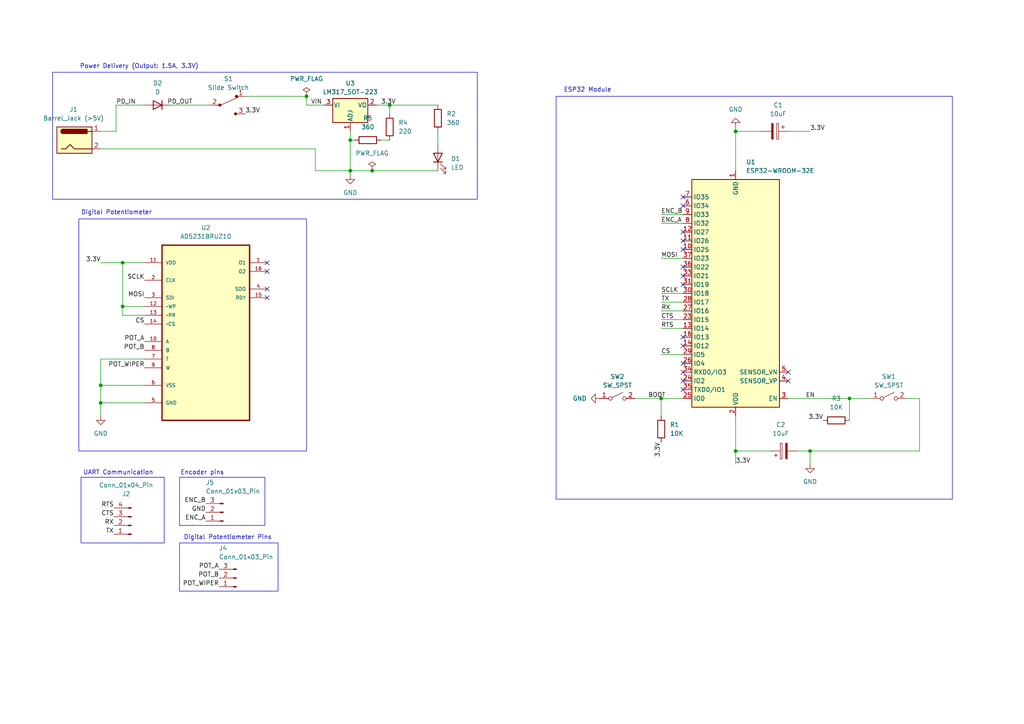
<source format=kicad_sch>
(kicad_sch (version 20231120) (generator "eeschema") (generator_version "8.0")
  (paper "A4")
  (title_block (title "${project_name}") (date "2024-09-23") (rev "1"))
  (lib_symbols
    (symbol "AD5231BRUZ10:AD5231BRUZ10" (pin_names (offset 1.016))
      (property "Reference" "U" (at -4.9022 25.019 0))
      (property "Value" "AD5231BRUZ10" (at -4.9784 -31.0134 0))
      (symbol "AD5231BRUZ10_0_0"
        (rectangle (start -12.7 -27.94) (end 12.7 22.86) (stroke (width 0.4064)) (fill (type background)))
        (pin output line (at 17.78 17.78 180) (length 5.08) (name "O1") (number "1"))
        (pin passive line (at -17.78 -5.08 0) (length 5.08) (name "A") (number "10"))
        (pin power_in line (at -17.78 17.78 0) (length 5.08) (name "VDD") (number "11"))
        (pin input line (at -17.78 5.08 0) (length 5.08) (name "~WP") (number "12"))
        (pin input line (at -17.78 2.54 0) (length 5.08) (name "~PR") (number "13"))
        (pin input line (at -17.78 0 0) (length 5.08) (name "~CS") (number "14"))
        (pin output line (at 17.78 7.62 180) (length 5.08) (name "RDY") (number "15"))
        (pin output line (at 17.78 15.24 180) (length 5.08) (name "O2") (number "16"))
        (pin input line (at -17.78 12.7 0) (length 5.08) (name "CLK") (number "2"))
        (pin input line (at -17.78 7.62 0) (length 5.08) (name "SDI") (number "3"))
        (pin output line (at 17.78 10.16 180) (length 5.08) (name "SDO") (number "4"))
        (pin passive line (at -17.78 -22.86 0) (length 5.08) (name "GND") (number "5"))
        (pin power_in line (at -17.78 -17.78 0) (length 5.08) (name "VSS") (number "6"))
        (pin passive line (at -17.78 -10.16 0) (length 5.08) (name "T") (number "7"))
        (pin passive line (at -17.78 -7.62 0) (length 5.08) (name "B") (number "8"))
        (pin passive line (at -17.78 -12.7 0) (length 5.08) (name "W") (number "9"))
      )
    )
    (symbol "Connector:Barrel_Jack" (pin_names (offset 1.016))
      (property "Reference" "J" (at 0 5.334 0))
      (property "Value" "Barrel_Jack" (at 0 -5.08 0))
      (symbol "Barrel_Jack_0_1"
        (rectangle (start -5.08 3.81) (end 5.08 -3.81) (stroke (width 0.254)) (fill (type background)))
        (arc (start -3.302 3.175) (mid -3.9343 2.54) (end -3.302 1.905) (stroke (width 0.254)))
        (arc (start -3.302 3.175) (mid -3.9343 2.54) (end -3.302 1.905) (stroke (width 0.254)) (fill (type outline)))
        (polyline (pts (xy 5.08 2.54) (xy 3.81 2.54)) (stroke (width 0.254)))
        (polyline (pts (xy -3.81 -2.54) (xy -2.54 -2.54) (xy -1.27 -1.27) (xy 0 -2.54) (xy 2.54 -2.54) (xy 5.08 -2.54)) (stroke (width 0.254)))
        (rectangle (start 3.683 3.175) (end -3.302 1.905) (stroke (width 0.254)) (fill (type outline)))
      )
      (symbol "Barrel_Jack_1_1"
        (pin passive line (at 7.62 2.54 180) (length 2.54) (name "~") (number "1"))
        (pin passive line (at 7.62 -2.54 180) (length 2.54) (name "~") (number "2"))
      )
    )
    (symbol "Connector:Conn_01x03_Pin" (pin_names (offset 1.016) hide)
      (property "Reference" "J" (at 0 5.08 0))
      (property "Value" "Conn_01x03_Pin" (at 0 -5.08 0))
      (symbol "Conn_01x03_Pin_1_1"
        (polyline (pts (xy 1.27 -2.54) (xy 0.8636 -2.54)) (stroke (width 0.1524)))
        (polyline (pts (xy 1.27 0) (xy 0.8636 0)) (stroke (width 0.1524)))
        (polyline (pts (xy 1.27 2.54) (xy 0.8636 2.54)) (stroke (width 0.1524)))
        (rectangle (start 0.8636 -2.413) (end 0 -2.667) (stroke (width 0.1524)) (fill (type outline)))
        (rectangle (start 0.8636 0.127) (end 0 -0.127) (stroke (width 0.1524)) (fill (type outline)))
        (rectangle (start 0.8636 2.667) (end 0 2.413) (stroke (width 0.1524)) (fill (type outline)))
        (pin passive line (at 5.08 2.54 180) (length 3.81) (name "Pin_1") (number "1"))
        (pin passive line (at 5.08 0 180) (length 3.81) (name "Pin_2") (number "2"))
        (pin passive line (at 5.08 -2.54 180) (length 3.81) (name "Pin_3") (number "3"))
      )
    )
    (symbol "Connector:Conn_01x04_Pin" (pin_names (offset 1.016) hide)
      (property "Reference" "J" (at 0 5.08 0))
      (property "Value" "Conn_01x04_Pin" (at 0 -7.62 0))
      (symbol "Conn_01x04_Pin_1_1"
        (polyline (pts (xy 1.27 -5.08) (xy 0.8636 -5.08)) (stroke (width 0.1524)))
        (polyline (pts (xy 1.27 -2.54) (xy 0.8636 -2.54)) (stroke (width 0.1524)))
        (polyline (pts (xy 1.27 0) (xy 0.8636 0)) (stroke (width 0.1524)))
        (polyline (pts (xy 1.27 2.54) (xy 0.8636 2.54)) (stroke (width 0.1524)))
        (rectangle (start 0.8636 -4.953) (end 0 -5.207) (stroke (width 0.1524)) (fill (type outline)))
        (rectangle (start 0.8636 -2.413) (end 0 -2.667) (stroke (width 0.1524)) (fill (type outline)))
        (rectangle (start 0.8636 0.127) (end 0 -0.127) (stroke (width 0.1524)) (fill (type outline)))
        (rectangle (start 0.8636 2.667) (end 0 2.413) (stroke (width 0.1524)) (fill (type outline)))
        (pin passive line (at 5.08 2.54 180) (length 3.81) (name "Pin_1") (number "1"))
        (pin passive line (at 5.08 0 180) (length 3.81) (name "Pin_2") (number "2"))
        (pin passive line (at 5.08 -2.54 180) (length 3.81) (name "Pin_3") (number "3"))
        (pin passive line (at 5.08 -5.08 180) (length 3.81) (name "Pin_4") (number "4"))
      )
    )
    (symbol "Device:C_Polarized" (pin_numbers hide) (pin_names (offset 0.254))
      (property "Reference" "C" (at 0.635 2.54 0))
      (property "Value" "C_Polarized" (at 0.635 -2.54 0))
      (symbol "C_Polarized_0_1"
        (rectangle (start -2.286 0.508) (end 2.286 1.016))
        (polyline (pts (xy -1.778 2.286) (xy -0.762 2.286)))
        (polyline (pts (xy -1.27 2.794) (xy -1.27 1.778)))
        (rectangle (start 2.286 -0.508) (end -2.286 -1.016) (fill (type outline)))
      )
      (symbol "C_Polarized_1_1"
        (pin passive line (at 0 3.81 270) (length 2.794) (name "~") (number "1"))
        (pin passive line (at 0 -3.81 90) (length 2.794) (name "~") (number "2"))
      )
    )
    (symbol "Device:D" (pin_numbers hide) (pin_names (offset 1.016) hide)
      (property "Reference" "D" (at 0 2.54 0))
      (property "Value" "D" (at 0 -2.54 0))
      (symbol "D_0_1"
        (polyline (pts (xy -1.27 1.27) (xy -1.27 -1.27)) (stroke (width 0.254)))
        (polyline (pts (xy 1.27 0) (xy -1.27 0)))
        (polyline (pts (xy 1.27 1.27) (xy 1.27 -1.27) (xy -1.27 0) (xy 1.27 1.27)) (stroke (width 0.254)))
      )
      (symbol "D_1_1"
        (pin passive line (at -3.81 0 0) (length 2.54) (name "K") (number "1"))
        (pin passive line (at 3.81 0 180) (length 2.54) (name "A") (number "2"))
      )
    )
    (symbol "Device:LED" (pin_numbers hide) (pin_names (offset 1.016) hide)
      (property "Reference" "D" (at 0 2.54 0))
      (property "Value" "LED" (at 0 -2.54 0))
      (symbol "LED_0_1"
        (polyline (pts (xy -1.27 -1.27) (xy -1.27 1.27)) (stroke (width 0.254)))
        (polyline (pts (xy -1.27 0) (xy 1.27 0)))
        (polyline (pts (xy 1.27 -1.27) (xy 1.27 1.27) (xy -1.27 0) (xy 1.27 -1.27)) (stroke (width 0.254)))
        (polyline (pts (xy -3.048 -0.762) (xy -4.572 -2.286) (xy -3.81 -2.286) (xy -4.572 -2.286) (xy -4.572 -1.524)))
        (polyline (pts (xy -1.778 -0.762) (xy -3.302 -2.286) (xy -2.54 -2.286) (xy -3.302 -2.286) (xy -3.302 -1.524)))
      )
      (symbol "LED_1_1"
        (pin passive line (at -3.81 0 0) (length 2.54) (name "K") (number "1"))
        (pin passive line (at 3.81 0 180) (length 2.54) (name "A") (number "2"))
      )
    )
    (symbol "Device:R" (pin_numbers hide) (pin_names (offset 0))
      (property "Reference" "R" (at 2.032 0 90))
      (property "Value" "R" (at 0 0 90))
      (symbol "R_0_1"
        (rectangle (start -1.016 -2.54) (end 1.016 2.54) (stroke (width 0.254)))
      )
      (symbol "R_1_1"
        (pin passive line (at 0 3.81 270) (length 1.27) (name "~") (number "1"))
        (pin passive line (at 0 -3.81 90) (length 1.27) (name "~") (number "2"))
      )
    )
    (symbol "RF_Module:ESP32-WROOM-32E"
      (property "Reference" "U" (at -12.7 34.29 0))
      (property "Value" "ESP32-WROOM-32E" (at 1.27 34.29 0))
      (symbol "ESP32-WROOM-32E_0_1"
        (rectangle (start -12.7 33.02) (end 12.7 -33.02) (stroke (width 0.254)) (fill (type background)))
      )
      (symbol "ESP32-WROOM-32E_1_1"
        (pin power_in line (at 0 -35.56 90) (length 2.54) (name "GND") (number "1"))
        (pin bidirectional line (at 15.24 -12.7 180) (length 2.54) (name "IO25") (number "10"))
        (pin bidirectional line (at 15.24 -15.24 180) (length 2.54) (name "IO26") (number "11"))
        (pin bidirectional line (at 15.24 -17.78 180) (length 2.54) (name "IO27") (number "12"))
        (pin bidirectional line (at 15.24 10.16 180) (length 2.54) (name "IO14") (number "13"))
        (pin bidirectional line (at 15.24 15.24 180) (length 2.54) (name "IO12") (number "14"))
        (pin passive line (at 0 -35.56 90) (length 2.54) hide (name "GND") (number "15"))
        (pin bidirectional line (at 15.24 12.7 180) (length 2.54) (name "IO13") (number "16"))
        (pin no_connect line (at -12.7 -5.08 0) (length 2.54) hide (name "NC") (number "17"))
        (pin no_connect line (at -12.7 -7.62 0) (length 2.54) hide (name "NC") (number "18"))
        (pin no_connect line (at -12.7 -12.7 0) (length 2.54) hide (name "NC") (number "19"))
        (pin power_in line (at 0 35.56 270) (length 2.54) (name "VDD") (number "2"))
        (pin no_connect line (at -12.7 -10.16 0) (length 2.54) hide (name "NC") (number "20"))
        (pin no_connect line (at -12.7 0 0) (length 2.54) hide (name "NC") (number "21"))
        (pin no_connect line (at -12.7 -2.54 0) (length 2.54) hide (name "NC") (number "22"))
        (pin bidirectional line (at 15.24 7.62 180) (length 2.54) (name "IO15") (number "23"))
        (pin bidirectional line (at 15.24 25.4 180) (length 2.54) (name "IO2") (number "24"))
        (pin bidirectional line (at 15.24 30.48 180) (length 2.54) (name "IO0") (number "25"))
        (pin bidirectional line (at 15.24 20.32 180) (length 2.54) (name "IO4") (number "26"))
        (pin bidirectional line (at 15.24 5.08 180) (length 2.54) (name "IO16") (number "27"))
        (pin bidirectional line (at 15.24 2.54 180) (length 2.54) (name "IO17") (number "28"))
        (pin bidirectional line (at 15.24 17.78 180) (length 2.54) (name "IO5") (number "29"))
        (pin input line (at -15.24 30.48 0) (length 2.54) (name "EN") (number "3"))
        (pin bidirectional line (at 15.24 0 180) (length 2.54) (name "IO18") (number "30"))
        (pin bidirectional line (at 15.24 -2.54 180) (length 2.54) (name "IO19") (number "31"))
        (pin no_connect line (at -12.7 -27.94 0) (length 2.54) hide (name "NC") (number "32"))
        (pin bidirectional line (at 15.24 -5.08 180) (length 2.54) (name "IO21") (number "33"))
        (pin bidirectional line (at 15.24 22.86 180) (length 2.54) (name "RXD0/IO3") (number "34"))
        (pin bidirectional line (at 15.24 27.94 180) (length 2.54) (name "TXD0/IO1") (number "35"))
        (pin bidirectional line (at 15.24 -7.62 180) (length 2.54) (name "IO22") (number "36"))
        (pin bidirectional line (at 15.24 -10.16 180) (length 2.54) (name "IO23") (number "37"))
        (pin passive line (at 0 -35.56 90) (length 2.54) hide (name "GND") (number "38"))
        (pin passive line (at 0 -35.56 90) (length 2.54) hide (name "GND") (number "39"))
        (pin input line (at -15.24 25.4 0) (length 2.54) (name "SENSOR_VP") (number "4"))
        (pin input line (at -15.24 22.86 0) (length 2.54) (name "SENSOR_VN") (number "5"))
        (pin input line (at 15.24 -25.4 180) (length 2.54) (name "IO34") (number "6"))
        (pin input line (at 15.24 -27.94 180) (length 2.54) (name "IO35") (number "7"))
        (pin bidirectional line (at 15.24 -20.32 180) (length 2.54) (name "IO32") (number "8"))
        (pin bidirectional line (at 15.24 -22.86 180) (length 2.54) (name "IO33") (number "9"))
      )
    )
    (symbol "Regulator_Linear:LM317_SOT-223" (pin_names (offset 0.254))
      (property "Reference" "U" (at -3.81 3.175 0))
      (property "Value" "LM317_SOT-223" (at 0 3.175 0))
      (symbol "LM317_SOT-223_0_1"
        (rectangle (start -5.08 1.905) (end 5.08 -5.08) (stroke (width 0.254)) (fill (type background)))
      )
      (symbol "LM317_SOT-223_1_1"
        (pin input line (at 0 -7.62 90) (length 2.54) (name "ADJ") (number "1"))
        (pin power_out line (at 7.62 0 180) (length 2.54) (name "VO") (number "2"))
        (pin power_in line (at -7.62 0 0) (length 2.54) (name "VI") (number "3"))
      )
    )
    (symbol "Switch:SW_SPST" (pin_names (offset 0) hide)
      (property "Reference" "SW" (at 0 3.175 0))
      (property "Value" "SW_SPST" (at 0 -2.54 0))
      (symbol "SW_SPST_0_0"
        (circle (center -2.032 0) (radius 0.508))
        (polyline (pts (xy -1.524 0.254) (xy 1.524 1.778)))
        (circle (center 2.032 0) (radius 0.508))
      )
      (symbol "SW_SPST_1_1"
        (pin passive line (at -5.08 0 0) (length 2.54) (name "A") (number "1"))
        (pin passive line (at 5.08 0 180) (length 2.54) (name "B") (number "2"))
      )
    )
    (symbol "dk_Slide-Switches:EG1218" (pin_names (offset 0))
      (property "Reference" "S" (at -3.81 2.286 0))
      (property "Value" "EG1218" (at 0 -5.334 0))
      (symbol "EG1218_0_1"
        (circle (center -2.286 0) (radius 0.3556) (fill (type outline)))
        (polyline (pts (xy -2.032 0) (xy 3.048 2.286)))
        (circle (center 2.286 -2.54) (radius 0.3556) (fill (type outline)))
        (circle (center 2.54 2.54) (radius 0.3556) (fill (type outline)))
      )
      (symbol "EG1218_1_1"
        (pin passive line (at 5.08 2.54 180) (length 2.54) (name "~") (number "1"))
        (pin passive line (at -5.08 0 0) (length 2.54) (name "~") (number "2"))
        (pin passive line (at 5.08 -2.54 180) (length 2.54) (name "~") (number "3"))
      )
    )
    (symbol "power:GND" (power) (pin_numbers hide) (pin_names (offset 0) hide)
      (property "Value" "GND" (at 0 -3.81 0))
      (symbol "GND_0_1"
        (polyline (pts (xy 0 0) (xy 0 -1.27) (xy 1.27 -1.27) (xy 0 -2.54) (xy -1.27 -1.27) (xy 0 -1.27)))
      )
      (symbol "GND_1_1"
        (pin power_in line (at 0 0 270) (length 0) (name "~") (number "1"))
      )
    )
    (symbol "power:PWR_FLAG" (power) (pin_numbers hide) (pin_names (offset 0) hide)
      (property "Value" "PWR_FLAG" (at 0 3.81 0))
      (symbol "PWR_FLAG_0_0"
        (pin power_out line (at 0 0 90) (length 0) (name "~") (number "1"))
      )
      (symbol "PWR_FLAG_0_1"
        (polyline (pts (xy 0 0) (xy 0 1.27) (xy -1.016 1.905) (xy 0 2.54) (xy 1.016 1.905) (xy 0 1.27)))
      )
    )
  )
  (junction (at 101.6 40.64))
  (junction (at 234.95 130.81))
  (junction (at 213.36 130.81))
  (junction (at 191.77 115.57))
  (junction (at 35.56 88.9))
  (junction (at 213.36 38.1))
  (junction (at 29.21 111.76))
  (junction (at 88.9 27.94))
  (junction (at 113.03 30.48))
  (junction (at 246.38 115.57))
  (junction (at 35.56 76.2))
  (junction (at 107.95 49.53))
  (junction (at 101.6 49.53))
  (junction (at 29.21 116.84))
  (no_connect (at 198.12 67.31))
  (no_connect (at 198.12 100.33))
  (no_connect (at 198.12 113.03))
  (no_connect (at 198.12 57.15))
  (no_connect (at 198.12 110.49))
  (no_connect (at 198.12 80.01))
  (no_connect (at 77.47 78.74))
  (no_connect (at 77.47 83.82))
  (no_connect (at 198.12 107.95))
  (no_connect (at 198.12 105.41))
  (no_connect (at 198.12 97.79))
  (no_connect (at 228.6 107.95))
  (no_connect (at 77.47 76.2))
  (no_connect (at 198.12 72.39))
  (no_connect (at 228.6 110.49))
  (no_connect (at 198.12 82.55))
  (no_connect (at 77.47 86.36))
  (no_connect (at 198.12 69.85))
  (no_connect (at 198.12 59.69))
  (no_connect (at 198.12 77.47))
  (wire (pts (xy 91.44 43.18) (xy 91.44 49.53)))
  (wire (pts (xy 198.12 115.57) (xy 191.77 115.57)))
  (wire (pts (xy 228.6 38.1) (xy 234.95 38.1)))
  (wire (pts (xy 191.77 85.09) (xy 198.12 85.09)))
  (wire (pts (xy 246.38 115.57) (xy 246.38 121.92)))
  (wire (pts (xy 71.12 27.94) (xy 88.9 27.94)))
  (wire (pts (xy 191.77 95.25) (xy 198.12 95.25)))
  (wire (pts (xy 266.7 130.81) (xy 234.95 130.81)))
  (wire (pts (xy 184.15 115.57) (xy 191.77 115.57)))
  (wire (pts (xy 113.03 30.48) (xy 127 30.48)))
  (wire (pts (xy 109.22 30.48) (xy 113.03 30.48)))
  (wire (pts (xy 191.77 87.63) (xy 198.12 87.63)))
  (wire (pts (xy 29.21 38.1) (xy 33.655 38.1)))
  (wire (pts (xy 29.21 111.76) (xy 41.91 111.76)))
  (wire (pts (xy 91.44 49.53) (xy 101.6 49.53)))
  (wire (pts (xy 49.53 30.48) (xy 60.96 30.48)))
  (wire (pts (xy 266.7 115.57) (xy 266.7 130.81)))
  (wire (pts (xy 101.6 50.8) (xy 101.6 49.53)))
  (wire (pts (xy 35.56 91.44) (xy 35.56 88.9)))
  (wire (pts (xy 213.36 130.81) (xy 213.36 134.62)))
  (wire (pts (xy 101.6 38.1) (xy 101.6 40.64)))
  (wire (pts (xy 191.77 64.77) (xy 198.12 64.77)))
  (wire (pts (xy 113.03 33.02) (xy 113.03 30.48)))
  (wire (pts (xy 29.21 116.84) (xy 41.91 116.84)))
  (wire (pts (xy 41.91 88.9) (xy 35.56 88.9)))
  (wire (pts (xy 33.655 38.1) (xy 33.655 30.48)))
  (wire (pts (xy 41.91 104.14) (xy 29.21 104.14)))
  (wire (pts (xy 101.6 49.53) (xy 107.95 49.53)))
  (wire (pts (xy 213.36 38.1) (xy 220.98 38.1)))
  (wire (pts (xy 33.655 30.48) (xy 41.91 30.48)))
  (wire (pts (xy 213.36 38.1) (xy 213.36 49.53)))
  (wire (pts (xy 191.77 115.57) (xy 191.77 120.65)))
  (wire (pts (xy 213.36 120.65) (xy 213.36 130.81)))
  (wire (pts (xy 107.95 49.53) (xy 127 49.53)))
  (wire (pts (xy 101.6 40.64) (xy 101.6 49.53)))
  (wire (pts (xy 35.56 88.9) (xy 35.56 76.2)))
  (wire (pts (xy 29.21 43.18) (xy 91.44 43.18)))
  (wire (pts (xy 41.91 91.44) (xy 35.56 91.44)))
  (wire (pts (xy 88.9 30.48) (xy 93.98 30.48)))
  (wire (pts (xy 88.9 27.94) (xy 88.9 30.48)))
  (wire (pts (xy 262.89 115.57) (xy 266.7 115.57)))
  (wire (pts (xy 246.38 115.57) (xy 252.73 115.57)))
  (wire (pts (xy 29.21 104.14) (xy 29.21 111.76)))
  (wire (pts (xy 29.21 76.2) (xy 35.56 76.2)))
  (wire (pts (xy 213.36 36.83) (xy 213.36 38.1)))
  (wire (pts (xy 191.77 90.17) (xy 198.12 90.17)))
  (wire (pts (xy 228.6 115.57) (xy 246.38 115.57)))
  (wire (pts (xy 110.49 40.64) (xy 113.03 40.64)))
  (wire (pts (xy 191.77 92.71) (xy 198.12 92.71)))
  (wire (pts (xy 191.77 62.23) (xy 198.12 62.23)))
  (wire (pts (xy 191.77 102.87) (xy 198.12 102.87)))
  (wire (pts (xy 127 41.91) (xy 127 38.1)))
  (wire (pts (xy 29.21 116.84) (xy 29.21 120.65)))
  (wire (pts (xy 101.6 40.64) (xy 102.87 40.64)))
  (wire (pts (xy 231.14 130.81) (xy 234.95 130.81)))
  (wire (pts (xy 213.36 130.81) (xy 223.52 130.81)))
  (wire (pts (xy 35.56 76.2) (xy 41.91 76.2)))
  (wire (pts (xy 234.95 130.81) (xy 234.95 134.62)))
  (wire (pts (xy 29.21 111.76) (xy 29.21 116.84)))
  (wire (pts (xy 191.77 74.93) (xy 198.12 74.93)))
  (rectangle (start 52.07 157.48) (end 80.645 171.45))
  (rectangle (start 23.495 138.43) (end 47.625 157.48))
  (rectangle (start 161.29 27.94) (end 276.225 144.78))
  (rectangle (start 15.24 20.955) (end 138.43 57.785))
  (rectangle (start 52.07 138.43) (end 76.835 152.4))
  (rectangle (start 22.86 63.5) (end 88.9 130.81))
  (text "ESP32 Module" (at 170.434 26.162 0) (effects (font (size 1.27 1.27))))
  (text "Digital Potentiometer" (at 33.782 61.722 0) (effects (font (size 1.27 1.27))))
  (text "Power Delivery (Output: 1.5A, 3.3V)" (at 40.386 19.304 0) (effects (font (size 1.27 1.27))))
  (text "UART Communication" (at 34.29 137.16 0) (effects (font (size 1.27 1.27))))
  (text "Encoder pins" (at 58.674 137.16 0) (effects (font (size 1.27 1.27))))
  (text "Digital Potentiometer Pins" (at 66.04 155.956 0) (effects (font (size 1.27 1.27))))
  (label "RTS" (at 191.77 95.25 0))
  (label "PD_IN" (at 39.37 30.48 180))
  (label "PD_OUT" (at 55.88 30.48 180))
  (label "RTS" (at 33.02 147.32 180))
  (label "EN" (at 233.68 115.57 0))
  (label "GND" (at 59.69 148.59 180))
  (label "ENC_B" (at 191.77 62.23 0))
  (label "CTS" (at 191.77 92.71 0))
  (label "TX" (at 33.02 154.94 180))
  (label "3.3V" (at 234.95 38.1 0))
  (label "3.3V" (at 71.12 33.02 0))
  (label "POT_WIPER" (at 41.91 106.68 180))
  (label "VIN" (at 90.17 30.48 0))
  (label "RX" (at 191.77 90.17 0))
  (label "3.3V" (at 110.49 30.48 0))
  (label "POT_WIPER" (at 63.5 170.18 180))
  (label "POT_B" (at 41.91 101.6 180))
  (label "POT_A" (at 41.91 99.06 180))
  (label "ENC_A" (at 191.77 64.77 0))
  (label "ENC_B" (at 59.69 146.05 180))
  (label "POT_A" (at 63.5 165.1 180))
  (label "MOSI" (at 191.77 74.93 0))
  (label "SCLK" (at 41.91 81.28 180))
  (label "ENC_A" (at 59.69 151.13 180))
  (label "TX" (at 191.77 87.63 0))
  (label "SCLK" (at 191.77 85.09 0))
  (label "CS" (at 41.91 93.98 180))
  (label "3.3V" (at 238.76 121.92 180))
  (label "CTS" (at 33.02 149.86 180))
  (label "3.3V" (at 213.36 134.62 0))
  (label "RX" (at 33.02 152.4 180))
  (label "MOSI" (at 41.91 86.36 180))
  (label "3.3V" (at 191.77 128.27 270))
  (label "POT_B" (at 63.5 167.64 180))
  (label "CS" (at 191.77 102.87 0))
  (label "BOOT" (at 187.96 115.57 0))
  (label "3.3V" (at 29.21 76.2 180))
  (symbol (lib_id "power:GND") (at 173.99 115.57 270) (unit 1)
    (property "Reference" "#PWR03" (effects (hide yes)))
    (property "Value" "GND" (at 170.18 115.5699 90) (effects (justify right)))
    (property "Description" "Power symbol creates a global label with name \"GND\" , ground" (effects (hide yes)))
  )
  (symbol (lib_id "RF_Module:ESP32-WROOM-32E") (at 213.36 85.09 180) (unit 1)
    (property "Reference" "U1" (at 216.3765 46.99 0) (effects (justify right)))
    (property "Value" "ESP32-WROOM-32E" (at 216.3765 49.53 0) (effects (justify right)))
    (property "Footprint" "Custom:XCVR_ESP32-WROOM-32E__4MB_" (effects (hide yes)))
    (property "Datasheet" "https://www.espressif.com/sites/default/files/documentation/esp32-wroom-32e_esp32-wroom-32ue_datasheet_en.pdf" (effects (hide yes)))
    (property "Description" "RF Module, ESP32-D0WD-V3 SoC, without PSRAM, Wi-Fi 802.11b/g/n, Bluetooth, BLE, 32-bit, 2.7-3.6V, onboard antenna, SMD" (effects (hide yes)))
  )
  (symbol (lib_id "Device:R") (at 113.03 36.83 0) (unit 1)
    (property "Reference" "R4" (at 115.57 35.5599 0) (effects (justify left)))
    (property "Value" "220" (at 115.57 38.0999 0) (effects (justify left)))
    (property "Footprint" "Resistor_SMD:R_0805_2012Metric_Pad1.20x1.40mm_HandSolder" (effects (hide yes)))
    (property "Description" "Resistor" (effects (hide yes)))
  )
  (symbol (lib_id "dk_Slide-Switches:EG1218") (at 66.04 30.48 0) (unit 1)
    (property "Reference" "S1" (at 66.2432 22.86 0))
    (property "Value" "Slide Switch" (at 66.2432 25.4 0))
    (property "Footprint" "digikey-footprints:Switch_Slide_11.6x4mm_EG1218" (effects (hide yes)))
    (property "Datasheet" "http://spec_sheets.e-switch.com/specs/P040040.pdf" (effects (hide yes)))
    (property "Description" "SWITCH SLIDE SPDT 200MA 30V" (effects (hide yes)))
    (property "Digi-Key_PN" "EG1903-ND" (effects (hide yes)))
    (property "MPN" "EG1218" (effects (hide yes)))
    (property "Category" "Switches" (effects (hide yes)))
    (property "Family" "Slide Switches" (effects (hide yes)))
    (property "DK_Datasheet_Link" "http://spec_sheets.e-switch.com/specs/P040040.pdf" (effects (hide yes)))
    (property "DK_Detail_Page" "/product-detail/en/e-switch/EG1218/EG1903-ND/101726" (effects (hide yes)))
    (property "Description_1" "SWITCH SLIDE SPDT 200MA 30V" (effects (hide yes)))
    (property "Manufacturer" "E-Switch" (effects (hide yes)))
    (property "Status" "Active" (effects (hide yes)))
  )
  (symbol (lib_id "power:GND") (at 213.36 36.83 180) (unit 1)
    (property "Reference" "#PWR02" (effects (hide yes)))
    (property "Value" "GND" (at 213.36 31.75 0))
    (property "Description" "Power symbol creates a global label with name \"GND\" , ground" (effects (hide yes)))
  )
  (symbol (lib_id "Switch:SW_SPST") (at 257.81 115.57 0) (unit 1)
    (property "Reference" "SW1" (at 257.81 109.22 0))
    (property "Value" "SW_SPST" (at 257.81 111.76 0))
    (property "Footprint" "Button_Switch_SMD:SW_SPST_PTS645" (effects (hide yes)))
    (property "Description" "Single Pole Single Throw (SPST) switch" (effects (hide yes)))
  )
  (symbol (lib_id "Switch:SW_SPST") (at 179.07 115.57 0) (unit 1)
    (property "Reference" "SW2" (at 179.07 109.22 0))
    (property "Value" "SW_SPST" (at 179.07 111.76 0))
    (property "Footprint" "Button_Switch_SMD:SW_SPST_PTS645" (effects (hide yes)))
    (property "Description" "Single Pole Single Throw (SPST) switch" (effects (hide yes)))
  )
  (symbol (lib_id "Device:R") (at 242.57 121.92 90) (unit 1)
    (property "Reference" "R3" (at 242.57 115.57 90))
    (property "Value" "10K" (at 242.57 118.11 90))
    (property "Footprint" "Resistor_SMD:R_0805_2012Metric_Pad1.20x1.40mm_HandSolder" (effects (hide yes)))
    (property "Description" "Resistor" (effects (hide yes)))
  )
  (symbol (lib_id "Device:R") (at 127 34.29 0) (unit 1)
    (property "Reference" "R2" (at 129.54 33.0199 0) (effects (justify left)))
    (property "Value" "360" (at 129.54 35.5599 0) (effects (justify left)))
    (property "Footprint" "Resistor_SMD:R_0805_2012Metric_Pad1.20x1.40mm_HandSolder" (effects (hide yes)))
    (property "Description" "Resistor" (effects (hide yes)))
  )
  (symbol (lib_id "Device:R") (at 191.77 124.46 0) (unit 1)
    (property "Reference" "R1" (at 194.31 123.1899 0) (effects (justify left)))
    (property "Value" "10K" (at 194.31 125.7299 0) (effects (justify left)))
    (property "Footprint" "Resistor_SMD:R_0805_2012Metric_Pad1.20x1.40mm_HandSolder" (effects (hide yes)))
    (property "Description" "Resistor" (effects (hide yes)))
  )
  (symbol (lib_id "power:GND") (at 234.95 134.62 0) (unit 1)
    (property "Reference" "#PWR04" (effects (hide yes)))
    (property "Value" "GND" (at 234.95 139.7 0))
    (property "Description" "Power symbol creates a global label with name \"GND\" , ground" (effects (hide yes)))
  )
  (symbol (lib_id "power:PWR_FLAG") (at 88.9 27.94 0) (unit 1)
    (property "Reference" "#FLG02" (effects (hide yes)))
    (property "Value" "PWR_FLAG" (at 88.9 22.86 0))
    (property "Description" "Special symbol for telling ERC where power comes from" (effects (hide yes)))
  )
  (symbol (lib_id "Regulator_Linear:LM317_SOT-223") (at 101.6 30.48 0) (unit 1)
    (property "Reference" "U3" (at 101.6 24.13 0))
    (property "Value" "LM317_SOT-223" (at 101.6 26.67 0))
    (property "Footprint" "Package_TO_SOT_SMD:SOT-223-3_TabPin2" (effects (hide yes)))
    (property "Datasheet" "http://www.ti.com/lit/ds/symlink/lm317.pdf" (effects (hide yes)))
    (property "Description" "1.5A 35V Adjustable Linear Regulator, SOT-223" (effects (hide yes)))
  )
  (symbol (lib_id "Device:R") (at 106.68 40.64 90) (unit 1)
    (property "Reference" "R5" (at 106.68 34.29 90))
    (property "Value" "360" (at 106.68 36.83 90))
    (property "Footprint" "Resistor_SMD:R_0805_2012Metric_Pad1.20x1.40mm_HandSolder" (effects (hide yes)))
    (property "Description" "Resistor" (effects (hide yes)))
  )
  (symbol (lib_id "power:PWR_FLAG") (at 107.95 49.53 0) (unit 1)
    (property "Reference" "#FLG01" (effects (hide yes)))
    (property "Value" "PWR_FLAG" (at 107.95 44.45 0))
    (property "Description" "Special symbol for telling ERC where power comes from" (effects (hide yes)))
  )
  (symbol (lib_id "Device:C_Polarized") (at 227.33 130.81 90) (unit 1)
    (property "Reference" "C2" (at 226.441 123.19 90))
    (property "Value" "10uF" (at 226.441 125.73 90))
    (property "Footprint" "Capacitor_SMD:CP_Elec_5x5.3" (effects (hide yes)))
    (property "Description" "Polarized capacitor" (effects (hide yes)))
  )
  (symbol (lib_id "Device:LED") (at 127 45.72 90) (unit 1)
    (property "Reference" "D1" (at 130.81 46.0374 90) (effects (justify right)))
    (property "Value" "LED" (at 130.81 48.5774 90) (effects (justify right)))
    (property "Footprint" "LED_SMD:LED_0603_1608Metric_Pad1.05x0.95mm_HandSolder" (effects (hide yes)))
    (property "Description" "Light emitting diode" (effects (hide yes)))
  )
  (symbol (lib_id "Connector:Conn_01x03_Pin") (at 68.58 167.64 180) (unit 1)
    (property "Reference" "J4" (at 63.5 159.004 0) (effects (justify right)))
    (property "Value" "Conn_01x03_Pin" (at 63.5 161.544 0) (effects (justify right)))
    (property "Footprint" "Connector_PinHeader_2.54mm:PinHeader_1x03_P2.54mm_Vertical" (effects (hide yes)))
    (property "Description" "Generic connector, single row, 01x03, script generated" (effects (hide yes)))
  )
  (symbol (lib_id "power:GND") (at 101.6 50.8 0) (unit 1)
    (property "Reference" "#PWR01" (effects (hide yes)))
    (property "Value" "GND" (at 101.6 55.88 0))
    (property "Description" "Power symbol creates a global label with name \"GND\" , ground" (effects (hide yes)))
  )
  (symbol (lib_id "Connector:Conn_01x03_Pin") (at 64.77 148.59 180) (unit 1)
    (property "Reference" "J5" (at 59.69 139.954 0) (effects (justify right)))
    (property "Value" "Conn_01x03_Pin" (at 59.69 142.494 0) (effects (justify right)))
    (property "Footprint" "Connector_PinHeader_2.54mm:PinHeader_1x03_P2.54mm_Vertical" (effects (hide yes)))
    (property "Description" "Generic connector, single row, 01x03, script generated" (effects (hide yes)))
  )
  (symbol (lib_id "Connector:Barrel_Jack") (at 21.59 40.64 0) (unit 1)
    (property "Reference" "J1" (at 21.336 31.75 0))
    (property "Value" "Barrel_Jack (>5V)" (at 21.336 34.29 0))
    (property "Footprint" "Connector_BarrelJack:BarrelJack_CLIFF_FC681465S_SMT_Horizontal" (effects (hide yes)))
    (property "Description" "DC Barrel Jack" (effects (hide yes)))
  )
  (symbol (lib_id "Device:C_Polarized") (at 224.79 38.1 270) (unit 1)
    (property "Reference" "C1" (at 225.679 30.48 90))
    (property "Value" "10uF" (at 225.679 33.02 90))
    (property "Footprint" "Capacitor_SMD:CP_Elec_5x5.3" (effects (hide yes)))
    (property "Description" "Polarized capacitor" (effects (hide yes)))
  )
  (symbol (lib_id "AD5231BRUZ10:AD5231BRUZ10") (at 59.69 93.98 0) (unit 1)
    (property "Reference" "U2" (at 59.69 66.04 0))
    (property "Value" "AD5231BRUZ10" (at 59.69 68.58 0))
    (property "Footprint" "AD5231BRUZ10:SOP65P640X120-16N" (effects (hide yes)))
    (property "MF" "Analog Devices" (effects (hide yes)))
    (property "Description_1" "\nNonvolatile Memory, 1024-Position Digital Potentiometer\n" (effects (hide yes)))
    (property "PACKAGE" "TSSOP-16" (effects (hide yes)))
    (property "MPN" "AD5231BRUZ10" (effects (hide yes)))
    (property "Price" "None" (effects (hide yes)))
    (property "Package" "TSSOP-16 Analog Devices" (effects (hide yes)))
    (property "OC_FARNELL" "1661080" (effects (hide yes)))
    (property "SnapEDA_Link" "https://www.snapeda.com/parts/AD5231BRUZ10/Analog+Devices/view-part/?ref=snap" (effects (hide yes)))
    (property "MP" "AD5231BRUZ10" (effects (hide yes)))
    (property "Purchase-URL" "https://www.snapeda.com/api/url_track_click_mouser/?unipart_id=277812&manufacturer=Analog Devices&part_name=AD5231BRUZ10&search_term=ad5231bruz10" (effects (hide yes)))
    (property "SUPPLIER" "Analog Devices" (effects (hide yes)))
    (property "OC_NEWARK" "59K3681" (effects (hide yes)))
    (property "Availability" "In Stock" (effects (hide yes)))
    (property "Check_prices" "https://www.snapeda.com/parts/AD5231BRUZ10/Analog+Devices/view-part/?ref=eda" (effects (hide yes)))
  )
  (symbol (lib_id "Connector:Conn_01x04_Pin") (at 38.1 152.4 180) (unit 1)
    (property "Reference" "J2" (at 36.576 143.256 0))
    (property "Value" "Conn_01x04_Pin" (at 36.576 140.716 0))
    (property "Footprint" "Connector_PinHeader_2.54mm:PinHeader_1x04_P2.54mm_Vertical" (effects (hide yes)))
    (property "Description" "Generic connector, single row, 01x04, script generated" (effects (hide yes)))
  )
  (symbol (lib_id "Device:D") (at 45.72 30.48 180) (unit 1)
    (property "Reference" "D2" (at 45.72 24.13 0))
    (property "Value" "D" (at 45.72 26.67 0))
    (property "Footprint" "Custom:SK55-DO214AA" (effects (hide yes)))
    (property "Description" "Diode" (effects (hide yes)))
    (property "Sim.Device" "D" (effects (hide yes)))
    (property "Sim.Pins" "1=K 2=A" (effects (hide yes)))
  )
  (symbol (lib_id "power:GND") (at 29.21 120.65 0) (unit 1)
    (property "Reference" "#PWR05" (effects (hide yes)))
    (property "Value" "GND" (at 29.21 125.73 0))
    (property "Description" "Power symbol creates a global label with name \"GND\" , ground" (effects (hide yes)))
  )
)
</source>
